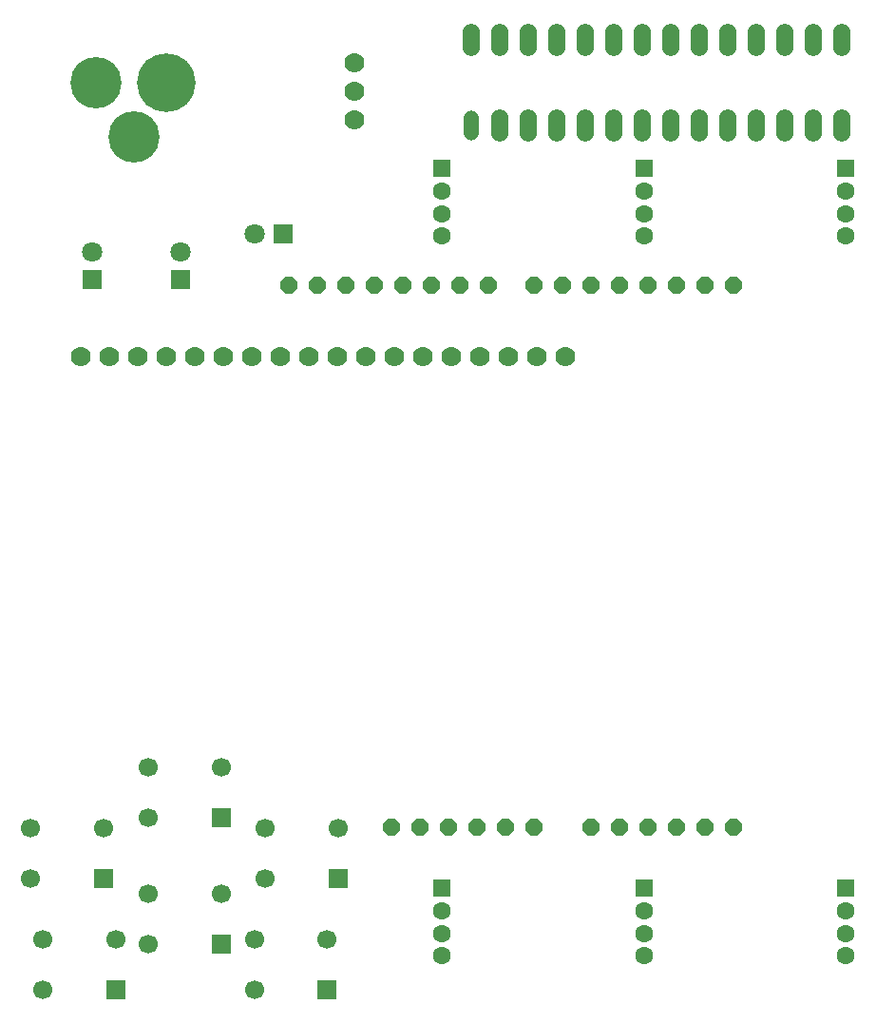
<source format=gbr>
G04 DipTrace 3.3.1.3*
G04 BottomMask.gbr*
%MOIN*%
G04 #@! TF.FileFunction,Soldermask,Bot*
G04 #@! TF.Part,Single*
%AMOUTLINE0*
4,1,20,
-0.02608,0.026058,
-0.024514,0.034979,
-0.019993,0.042827,
-0.013059,0.048655,
-0.004551,0.05176,
0.004507,0.051768,
0.01302,0.048677,
0.019963,0.042861,
0.0245,0.035021,
0.02608,0.026102,
0.02608,-0.026058,
0.024514,-0.034979,
0.019993,-0.042827,
0.013059,-0.048655,
0.004551,-0.05176,
-0.004507,-0.051768,
-0.01302,-0.048677,
-0.019963,-0.042861,
-0.0245,-0.035021,
-0.02608,-0.026102,
-0.02608,0.026058,
0*%
%AMOUTLINE1*
4,1,20,
-0.03002,0.026401,
-0.028275,0.036344,
-0.02306,0.045396,
-0.015062,0.052118,
-0.005249,0.055699,
0.005198,0.055708,
0.015017,0.052144,
0.023026,0.045435,
0.028258,0.036393,
0.03002,0.026449,
0.03002,-0.026401,
0.028275,-0.036344,
0.02306,-0.045396,
0.015062,-0.052118,
0.005249,-0.055699,
-0.005198,-0.055708,
-0.015017,-0.052144,
-0.023026,-0.045435,
-0.028258,-0.036393,
-0.03002,-0.026449,
-0.03002,0.026401,
0*%
%AMOUTLINE3*
4,1,8,
0.030488,-0.012629,
0.012629,-0.030488,
-0.012629,-0.030488,
-0.030488,-0.012629,
-0.030488,0.012629,
-0.012629,0.030488,
0.012629,0.030488,
0.030488,0.012629,
0.030488,-0.012629,
0*%
%ADD25C,0.07*%
%ADD26R,0.066929X0.066929*%
%ADD27C,0.066929*%
%ADD29C,0.205354*%
%ADD30C,0.179685*%
%ADD52C,0.070872*%
%ADD54C,0.070872*%
%ADD56R,0.070872X0.070872*%
%ADD58C,0.062998*%
%ADD60R,0.062998X0.062998*%
%ADD65OUTLINE0*%
%ADD66OUTLINE1*%
%ADD68OUTLINE3*%
%FSLAX26Y26*%
G04*
G70*
G90*
G75*
G01*
G04 BotMask*
%LPD*%
D60*
X3318897Y839920D3*
D58*
Y761180D3*
Y682440D3*
Y603700D3*
D60*
X3318503Y3363700D3*
D58*
Y3284960D3*
Y3206220D3*
Y3127480D3*
D56*
X1343700Y3133700D3*
D54*
X1243700D3*
D60*
X1902361Y839920D3*
D58*
Y761180D3*
Y682440D3*
Y603700D3*
D60*
X2610629Y839920D3*
D58*
Y761180D3*
Y682440D3*
Y603700D3*
D60*
X1901968Y3363700D3*
D58*
Y3284960D3*
Y3206220D3*
Y3127480D3*
D60*
X2610235Y3363700D3*
D58*
Y3284960D3*
Y3206220D3*
Y3127480D3*
D56*
X983700Y2973700D3*
D52*
Y3072125D3*
D56*
X673700Y2973700D3*
D52*
Y3072125D3*
D65*
X2003700Y3513700D3*
D66*
X2103700D3*
X2203700D3*
X2303700D3*
X2403700D3*
X2503700D3*
X2603700D3*
X2703700D3*
X2803700D3*
X2903700D3*
X3003700D3*
X3103700D3*
X3203700D3*
X3303700D3*
Y3813700D3*
X3203700D3*
X3103700D3*
X3003700D3*
X2903700D3*
X2803700D3*
X2703700D3*
X2603700D3*
X2503700D3*
X2403700D3*
X2303700D3*
X2203700D3*
X2103700D3*
X2003700D3*
D68*
X2523700Y2953700D3*
X2423700Y1053700D3*
X2623700Y2953700D3*
X2723700D3*
X2823700D3*
X2923700D3*
X2423700D3*
X2323700D3*
X2223700D3*
X2063700D3*
X1963700D3*
X1863700D3*
X1763700D3*
X1663700D3*
X1563700D3*
X1463700D3*
X1363700D3*
X2523700Y1053700D3*
X2623700D3*
X2723700D3*
X2823700D3*
X2923700D3*
X2223700D3*
X2123700D3*
X2023700D3*
X1923700D3*
X1823700D3*
X1723700D3*
D25*
X634015Y2704172D3*
X734015D3*
X834015D3*
X934015D3*
X1034015D3*
X1134015D3*
X1234015D3*
X1334015D3*
X1434015D3*
X1534015D3*
X1634015D3*
X1734015D3*
X1834015D3*
X1934015D3*
X2034015D3*
X2134015D3*
X2234015D3*
X2334015D3*
X1593700Y3633700D3*
Y3533700D3*
Y3733700D3*
D26*
X713700Y873700D3*
D27*
Y1050865D3*
X457794D3*
Y873700D3*
D26*
X1536535D3*
D27*
Y1050865D3*
X1280629D3*
Y873700D3*
D26*
X1126535Y1087794D3*
D27*
Y1264960D3*
X870629D3*
Y1087794D3*
D26*
X1126535Y643700D3*
D27*
Y820865D3*
X870629D3*
Y643700D3*
D26*
X756535Y483700D3*
D27*
Y660865D3*
X500629D3*
Y483700D3*
D29*
X933700Y3663700D3*
D30*
X687637D3*
X821495Y3474724D3*
D26*
X1499369Y483700D3*
D27*
Y660865D3*
X1243464D3*
Y483700D3*
M02*

</source>
